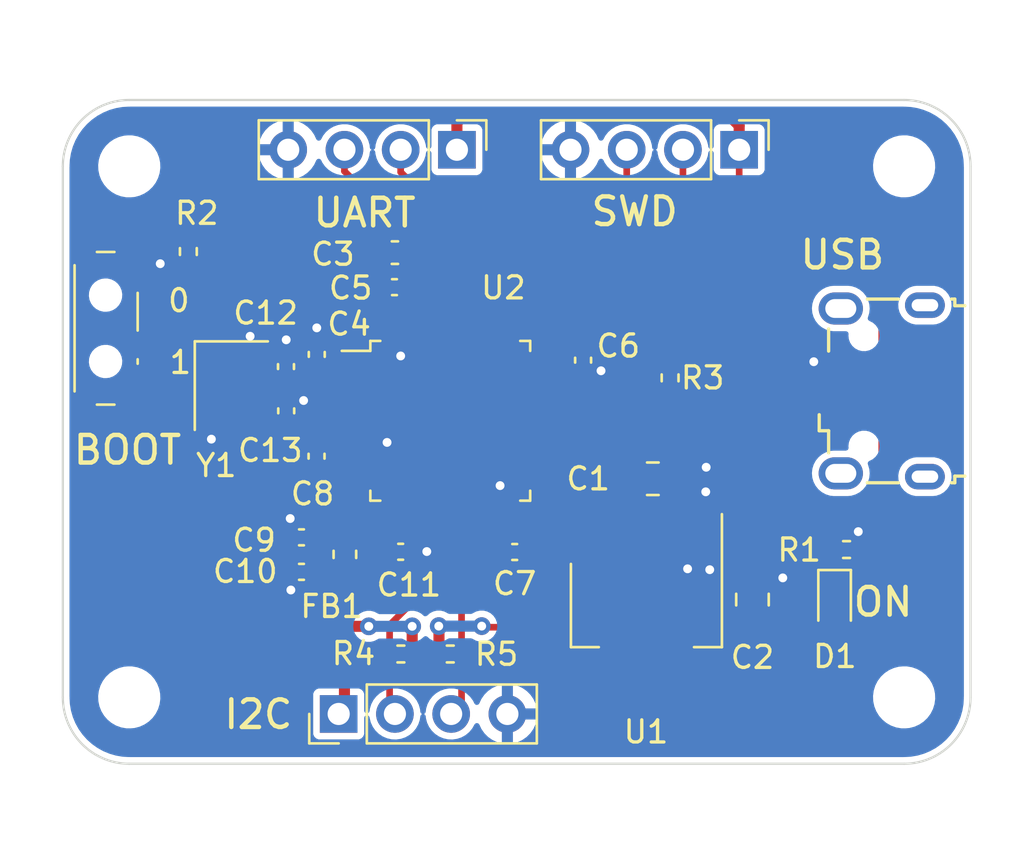
<source format=kicad_pcb>
(kicad_pcb (version 20211014) (generator pcbnew)
  (layers (0 "F.Cu" signal) (31 "B.Cu" power) (34 "B.Paste" user) (35 "F.Paste" user) (36 "B.SilkS" user "B.Silkscreen") (37 "F.SilkS" user "F.Silkscreen") (38 "B.Mask" user) (39 "F.Mask" user) (44 "Edge.Cuts" user))
  (net 0 "")
  (net 1 "VBUS")
  (net 2 "GND")
  (net 3 "+3V3")
  (net 4 "+3.3VA")
  (net 5 "/NRST")
  (net 6 "/HSE_IN")
  (net 7 "/HSE_OUT")
  (net 8 "/PWR_LED_K")
  (net 9 "/USB_D-")
  (net 10 "/USB_D+")
  (net 13 "/USART1_RX")
  (net 14 "/USART1_TX")
  (net 15 "/SWDIO")
  (net 16 "/SWCLK")
  (net 17 "/I2C_SDA")
  (net 18 "/I2C_SCL")
  (net 19 "/SW_BOOT0")
  (net 20 "/BOOT0")
  (footprint "MountingHole:MountingHole_2.2mm_M2" (layer "F.Cu") (at 53 93)
    (fp_text reference "H1" hide)
    (fp_text value "MountingHole")
    (pad "" np_thru_hole circle (at 0 0) (size 2.2 2.2) (drill 2.2) (layers *.Cu *.Mask))
  )
  (footprint "Connector_USB:USB_Micro-B_Wuerth_629105150521" (layer "F.Cu") (at 86.99 79.15 90)
    (fp_text reference "J1" hide)
    (fp_text value "USB_B_Micro")
    (fp_line (start -3.85 3.3) (end -3.85 3.75) (layer "F.SilkS") (width 0.15))
    (fp_line (start 3.85 3.75) (end 3.85 3.3) (layer "F.SilkS") (width 0.15))
    (fp_line (start 4.15 3.3) (end 4.15 3.15) (layer "F.SilkS") (width 0.15))
    (fp_line (start -4.15 -0.65) (end -4.15 0.75) (layer "F.SilkS") (width 0.15))
    (fp_line (start -1.075 -2.825) (end -1.8 -2.825) (layer "F.SilkS") (width 0.15))
    (fp_line (start -1.8 -2.825) (end -1.8 -2.4) (layer "F.SilkS") (width 0.15))
    (fp_line (start -4.15 3.15) (end -4.15 3.3) (layer "F.SilkS") (width 0.15))
    (fp_line (start 1.8 -2.4) (end 2.8 -2.4) (layer "F.SilkS") (width 0.15))
    (fp_line (start 4.15 0.75) (end 4.15 -0.65) (layer "F.SilkS") (width 0.15))
    (fp_line (start -4.15 3.3) (end -3.85 3.3) (layer "F.SilkS") (width 0.15))
    (fp_line (start -1.8 -2.4) (end -2.8 -2.4) (layer "F.SilkS") (width 0.15))
    (fp_line (start 3.85 3.3) (end 4.15 3.3) (layer "F.SilkS") (width 0.15))
    (pad "" np_thru_hole oval (at -2.5 -0.8 90) (size 0.8 0.8) (drill 0.8) (layers *.Cu *.Mask))
    (pad "" np_thru_hole oval (at 2.5 -0.8 90) (size 0.8 0.8) (drill 0.8) (layers *.Cu *.Mask))
    (pad "1" smd rect (at -1.3 -1.9 90) (size 0.45 1.3) (layers "F.Cu" "F.Paste" "F.Mask") (net 1 "VBUS"))
    (pad "2" smd rect (at -0.65 -1.9 90) (size 0.45 1.3) (layers "F.Cu" "F.Paste" "F.Mask") (net 9 "/USB_D-"))
    (pad "3" smd rect (at 0 -1.9 90) (size 0.45 1.3) (layers "F.Cu" "F.Paste" "F.Mask") (net 10 "/USB_D+"))
    (pad "4" smd rect (at 0.65 -1.9 90) (size 0.45 1.3) (layers "F.Cu" "F.Paste" "F.Mask"))
    (pad "5" smd rect (at 1.3 -1.9 90) (size 0.45 1.3) (layers "F.Cu" "F.Paste" "F.Mask") (net 2 "GND"))
    (pad "6" thru_hole oval (at 3.875 1.95 90) (size 1.15 1.8) (drill oval 0.55 1.2) (layers *.Cu *.Mask))
    (pad "6" thru_hole oval (at 3.725 -1.85 90) (size 1.45 2) (drill oval 0.85 1.4) (layers *.Cu *.Mask))
    (pad "6" thru_hole oval (at -3.725 -1.85 90) (size 1.45 2) (drill oval 0.85 1.4) (layers *.Cu *.Mask))
    (pad "6" thru_hole oval (at -3.875 1.95 90) (size 1.15 1.8) (drill oval 0.55 1.2) (layers *.Cu *.Mask))
  )
  (footprint "Connector_PinHeader_2.54mm:PinHeader_1x04_P2.54mm_Vertical" (layer "F.Cu") (at 67.8 68.25 -90)
    (fp_text reference "J2" hide)
    (fp_text value "Conn_01x04_Male")
    (fp_line (start -1.33 0) (end -1.33 -1.33) (layer "F.SilkS") (width 0.12))
    (fp_line (start -1.33 1.27) (end 1.33 1.27) (layer "F.SilkS") (width 0.12))
    (fp_line (start -1.33 1.27) (end -1.33 8.95) (layer "F.SilkS") (width 0.12))
    (fp_line (start -1.33 8.95) (end 1.33 8.95) (layer "F.SilkS") (width 0.12))
    (fp_line (start 1.33 1.27) (end 1.33 8.95) (layer "F.SilkS") (width 0.12))
    (fp_line (start -1.33 -1.33) (end 0 -1.33) (layer "F.SilkS") (width 0.12))
    (pad "1" thru_hole rect (at 0 0 270) (size 1.7 1.7) (drill 1) (layers *.Cu *.Mask) (net 3 "+3V3"))
    (pad "2" thru_hole oval (at 0 2.54 270) (size 1.7 1.7) (drill 1) (layers *.Cu *.Mask) (net 14 "/USART1_TX"))
    (pad "3" thru_hole oval (at 0 5.08 270) (size 1.7 1.7) (drill 1) (layers *.Cu *.Mask) (net 13 "/USART1_RX"))
    (pad "4" thru_hole oval (at 0 7.62 270) (size 1.7 1.7) (drill 1) (layers *.Cu *.Mask) (net 2 "GND"))
  )
  (footprint "MountingHole:MountingHole_2.2mm_M2" (layer "F.Cu") (at 53 69)
    (fp_text reference "H4" hide)
    (fp_text value "MountingHole")
    (pad "" np_thru_hole circle (at 0 0) (size 2.2 2.2) (drill 2.2) (layers *.Cu *.Mask))
  )
  (footprint "MountingHole:MountingHole_2.2mm_M2" (layer "F.Cu") (at 88 69)
    (fp_text reference "H3" hide)
    (fp_text value "MountingHole")
    (pad "" np_thru_hole circle (at 0 0) (size 2.2 2.2) (drill 2.2) (layers *.Cu *.Mask))
  )
  (footprint "Capacitor_SMD:C_0805_2012Metric" (layer "F.Cu") (at 76.65 83.12)
    (fp_text reference "C1" (at -2.92 0) (layer "F.SilkS"))
    (fp_text value "22u")
    (fp_line (start -0.261252 0.735) (end 0.261252 0.735) (layer "F.SilkS") (width 0.12))
    (fp_line (start -0.261252 -0.735) (end 0.261252 -0.735) (layer "F.SilkS") (width 0.12))
    (pad "1" smd roundrect (at -0.95 0) (size 1 1.45) (layers "F.Cu" "F.Paste" "F.Mask") (net 1 "VBUS"))
    (pad "2" smd roundrect (at 0.95 0) (size 1 1.45) (layers "F.Cu" "F.Paste" "F.Mask") (net 2 "GND"))
  )
  (footprint "Capacitor_SMD:C_0402_1005Metric" (layer "F.Cu") (at 61.47 77.5 90)
    (fp_text reference "C4" (at 1.37 1.46 180) (layer "F.SilkS"))
    (fp_text value "100n")
    (fp_line (start -0.107836 -0.36) (end 0.107836 -0.36) (layer "F.SilkS") (width 0.12))
    (fp_line (start -0.107836 0.36) (end 0.107836 0.36) (layer "F.SilkS") (width 0.12))
    (pad "1" smd roundrect (at -0.48 0 90) (size 0.56 0.62) (layers "F.Cu" "F.Paste" "F.Mask") (net 3 "+3V3"))
    (pad "2" smd roundrect (at 0.48 0 90) (size 0.56 0.62) (layers "F.Cu" "F.Paste" "F.Mask") (net 2 "GND"))
  )
  (footprint "Capacitor_SMD:C_0402_1005Metric" (layer "F.Cu") (at 60.08 78.05 90)
    (fp_text reference "C12" (at 2.42 -0.92 180) (layer "F.SilkS"))
    (fp_text value "10p")
    (fp_line (start -0.107836 -0.36) (end 0.107836 -0.36) (layer "F.SilkS") (width 0.12))
    (fp_line (start -0.107836 0.36) (end 0.107836 0.36) (layer "F.SilkS") (width 0.12))
    (pad "1" smd roundrect (at -0.48 0 90) (size 0.56 0.62) (layers "F.Cu" "F.Paste" "F.Mask") (net 6 "/HSE_IN"))
    (pad "2" smd roundrect (at 0.48 0 90) (size 0.56 0.62) (layers "F.Cu" "F.Paste" "F.Mask") (net 2 "GND"))
  )
  (footprint "LED_SMD:LED_0603_1608Metric" (layer "F.Cu") (at 84.86 88.73 -90)
    (fp_text reference "D1" (at 2.42 -0.01 180) (layer "F.SilkS"))
    (fp_text value "RED")
    (fp_line (start -1.485 -0.735) (end -1.485 0.735) (layer "F.SilkS") (width 0.12))
    (fp_line (start 0.8 -0.735) (end -1.485 -0.735) (layer "F.SilkS") (width 0.12))
    (fp_line (start -1.485 0.735) (end 0.8 0.735) (layer "F.SilkS") (width 0.12))
    (pad "1" smd roundrect (at -0.7875 0 270) (size 0.875 0.95) (layers "F.Cu" "F.Paste" "F.Mask") (net 8 "/PWR_LED_K"))
    (pad "2" smd roundrect (at 0.7875 0 270) (size 0.875 0.95) (layers "F.Cu" "F.Paste" "F.Mask") (net 3 "+3V3"))
  )
  (footprint "Capacitor_SMD:C_0402_1005Metric" (layer "F.Cu") (at 73.5 77.76 -90)
    (fp_text reference "C6" (at -0.64 -1.59 180) (layer "F.SilkS"))
    (fp_text value "100n")
    (fp_line (start -0.107836 0.36) (end 0.107836 0.36) (layer "F.SilkS") (width 0.12))
    (fp_line (start -0.107836 -0.36) (end 0.107836 -0.36) (layer "F.SilkS") (width 0.12))
    (pad "1" smd roundrect (at -0.48 0 270) (size 0.56 0.62) (layers "F.Cu" "F.Paste" "F.Mask") (net 3 "+3V3"))
    (pad "2" smd roundrect (at 0.48 0 270) (size 0.56 0.62) (layers "F.Cu" "F.Paste" "F.Mask") (net 2 "GND"))
  )
  (footprint "Capacitor_SMD:C_0603_1608Metric" (layer "F.Cu") (at 65 72.9)
    (fp_text reference "C3" (at -2.8 0.07) (layer "F.SilkS"))
    (fp_text value "10u")
    (fp_line (start -0.14058 -0.51) (end 0.14058 -0.51) (layer "F.SilkS") (width 0.12))
    (fp_line (start -0.14058 0.51) (end 0.14058 0.51) (layer "F.SilkS") (width 0.12))
    (pad "1" smd roundrect (at -0.775 0) (size 0.9 0.95) (layers "F.Cu" "F.Paste" "F.Mask") (net 3 "+3V3"))
    (pad "2" smd roundrect (at 0.775 0) (size 0.9 0.95) (layers "F.Cu" "F.Paste" "F.Mask") (net 2 "GND"))
  )
  (footprint "Capacitor_SMD:C_0402_1005Metric" (layer "F.Cu") (at 64.98 74.46)
    (fp_text reference "C5" (at -1.98 0.04) (layer "F.SilkS"))
    (fp_text value "100n")
    (fp_line (start -0.107836 -0.36) (end 0.107836 -0.36) (layer "F.SilkS") (width 0.12))
    (fp_line (start -0.107836 0.36) (end 0.107836 0.36) (layer "F.SilkS") (width 0.12))
    (pad "1" smd roundrect (at -0.48 0) (size 0.56 0.62) (layers "F.Cu" "F.Paste" "F.Mask") (net 3 "+3V3"))
    (pad "2" smd roundrect (at 0.48 0) (size 0.56 0.62) (layers "F.Cu" "F.Paste" "F.Mask") (net 2 "GND"))
  )
  (footprint "Connector_PinHeader_2.54mm:PinHeader_1x04_P2.54mm_Vertical" (layer "F.Cu") (at 80.55 68.25 -90)
    (fp_text reference "J3" hide)
    (fp_text value "Conn_01x04_Male")
    (fp_line (start -1.33 1.27) (end -1.33 8.95) (layer "F.SilkS") (width 0.12))
    (fp_line (start 1.33 1.27) (end 1.33 8.95) (layer "F.SilkS") (width 0.12))
    (fp_line (start -1.33 8.95) (end 1.33 8.95) (layer "F.SilkS") (width 0.12))
    (fp_line (start -1.33 -1.33) (end 0 -1.33) (layer "F.SilkS") (width 0.12))
    (fp_line (start -1.33 1.27) (end 1.33 1.27) (layer "F.SilkS") (width 0.12))
    (fp_line (start -1.33 0) (end -1.33 -1.33) (layer "F.SilkS") (width 0.12))
    (pad "1" thru_hole rect (at 0 0 270) (size 1.7 1.7) (drill 1) (layers *.Cu *.Mask) (net 3 "+3V3"))
    (pad "2" thru_hole oval (at 0 2.54 270) (size 1.7 1.7) (drill 1) (layers *.Cu *.Mask) (net 15 "/SWDIO"))
    (pad "3" thru_hole oval (at 0 5.08 270) (size 1.7 1.7) (drill 1) (layers *.Cu *.Mask) (net 16 "/SWCLK"))
    (pad "4" thru_hole oval (at 0 7.62 270) (size 1.7 1.7) (drill 1) (layers *.Cu *.Mask) (net 2 "GND"))
  )
  (footprint "Capacitor_SMD:C_0402_1005Metric" (layer "F.Cu") (at 61.46 82.1 90)
    (fp_text reference "C8" (at -1.7 -0.18 180) (layer "F.SilkS"))
    (fp_text value "10n")
    (fp_line (start -0.107836 0.36) (end 0.107836 0.36) (layer "F.SilkS") (width 0.12))
    (fp_line (start -0.107836 -0.36) (end 0.107836 -0.36) (layer "F.SilkS") (width 0.12))
    (pad "1" smd roundrect (at -0.48 0 90) (size 0.56 0.62) (layers "F.Cu" "F.Paste" "F.Mask") (net 4 "+3.3VA"))
    (pad "2" smd roundrect (at 0.48 0 90) (size 0.56 0.62) (layers "F.Cu" "F.Paste" "F.Mask") (net 2 "GND"))
  )
  (footprint "Resistor_SMD:R_0402_1005Metric" (layer "F.Cu") (at 77.43 78.56 -90)
    (fp_text reference "R3" (at 0 -1.47 180) (layer "F.SilkS"))
    (fp_text value "1k5")
    (fp_line (start -0.153641 0.38) (end 0.153641 0.38) (layer "F.SilkS") (width 0.12))
    (fp_line (start -0.153641 -0.38) (end 0.153641 -0.38) (layer "F.SilkS") (width 0.12))
    (pad "1" smd roundrect (at -0.51 0 270) (size 0.54 0.64) (layers "F.Cu" "F.Paste" "F.Mask") (net 3 "+3V3"))
    (pad "2" smd roundrect (at 0.51 0 270) (size 0.54 0.64) (layers "F.Cu" "F.Paste" "F.Mask") (net 10 "/USB_D+"))
  )
  (footprint "Connector_PinHeader_2.54mm:PinHeader_1x04_P2.54mm_Vertical" (layer "F.Cu") (at 62.46 93.75 90)
    (fp_text reference "J4" hide)
    (fp_text value "Conn_01x04_Male")
    (fp_line (start -1.33 -1.33) (end 0 -1.33) (layer "F.SilkS") (width 0.12))
    (fp_line (start 1.33 1.27) (end 1.33 8.95) (layer "F.SilkS") (width 0.12))
    (fp_line (start -1.33 1.27) (end 1.33 1.27) (layer "F.SilkS") (width 0.12))
    (fp_line (start -1.33 0) (end -1.33 -1.33) (layer "F.SilkS") (width 0.12))
    (fp_line (start -1.33 8.95) (end 1.33 8.95) (layer "F.SilkS") (width 0.12))
    (fp_line (start -1.33 1.27) (end -1.33 8.95) (layer "F.SilkS") (width 0.12))
    (pad "1" thru_hole rect (at 0 0 90) (size 1.7 1.7) (drill 1) (layers *.Cu *.Mask) (net 3 "+3V3"))
    (pad "2" thru_hole oval (at 0 2.54 90) (size 1.7 1.7) (drill 1) (layers *.Cu *.Mask) (net 18 "/I2C_SCL"))
    (pad "3" thru_hole oval (at 0 5.08 90) (size 1.7 1.7) (drill 1) (layers *.Cu *.Mask) (net 17 "/I2C_SDA"))
    (pad "4" thru_hole oval (at 0 7.62 90) (size 1.7 1.7) (drill 1) (layers *.Cu *.Mask) (net 2 "GND"))
  )
  (footprint "Capacitor_SMD:C_0402_1005Metric" (layer "F.Cu") (at 60.78 87.3275 180)
    (fp_text reference "C10" (at 2.54 0.02) (layer "F.SilkS"))
    (fp_text value "1u")
    (fp_line (start -0.107836 -0.36) (end 0.107836 -0.36) (layer "F.SilkS") (width 0.12))
    (fp_line (start -0.107836 0.36) (end 0.107836 0.36) (layer "F.SilkS") (width 0.12))
    (pad "1" smd roundrect (at -0.48 0 180) (size 0.56 0.62) (layers "F.Cu" "F.Paste" "F.Mask") (net 3 "+3V3"))
    (pad "2" smd roundrect (at 0.48 0 180) (size 0.56 0.62) (layers "F.Cu" "F.Paste" "F.Mask") (net 2 "GND"))
  )
  (footprint "Resistor_SMD:R_0402_1005Metric" (layer "F.Cu") (at 67.5 91.04)
    (fp_text reference "R5" (at 2.09 0.01) (layer "F.SilkS"))
    (fp_text value "1k5")
    (fp_line (start -0.153641 0.38) (end 0.153641 0.38) (layer "F.SilkS") (width 0.12))
    (fp_line (start -0.153641 -0.38) (end 0.153641 -0.38) (layer "F.SilkS") (width 0.12))
    (pad "1" smd roundrect (at -0.51 0) (size 0.54 0.64) (layers "F.Cu" "F.Paste" "F.Mask") (net 3 "+3V3"))
    (pad "2" smd roundrect (at 0.51 0) (size 0.54 0.64) (layers "F.Cu" "F.Paste" "F.Mask") (net 17 "/I2C_SDA"))
  )
  (footprint "Button_Switch_SMD:SW_SPDT_PCM12" (layer "F.Cu") (at 52.26 76.32 -90)
    (fp_text reference "SW1" hide)
    (fp_text value "SW_SPDT")
    (fp_line (start -2.85 1.73) (end 2.85 1.73) (layer "F.SilkS") (width 0.12))
    (fp_line (start 1.4 -1.12) (end 1.6 -1.12) (layer "F.SilkS") (width 0.12))
    (fp_line (start -1.6 -1.12) (end 0.1 -1.12) (layer "F.SilkS") (width 0.12))
    (fp_line (start -3.45 -0.07) (end -3.45 0.72) (layer "F.SilkS") (width 0.12))
    (fp_line (start 3.45 0.72) (end 3.45 -0.07) (layer "F.SilkS") (width 0.12))
    (pad "" smd rect (at 3.65 -0.78 270) (size 1 0.8) (layers "F.Cu" "F.Paste" "F.Mask"))
    (pad "" np_thru_hole circle (at -1.5 0.33 270) (size 0.9 0.9) (drill 0.9) (layers *.Cu *.Mask))
    (pad "" smd rect (at -3.65 -0.78 270) (size 1 0.8) (layers "F.Cu" "F.Paste" "F.Mask"))
    (pad "" smd rect (at -3.65 1.43 270) (size 1 0.8) (layers "F.Cu" "F.Paste" "F.Mask"))
    (pad "" smd rect (at 3.65 1.43 270) (size 1 0.8) (layers "F.Cu" "F.Paste" "F.Mask"))
    (pad "" np_thru_hole circle (at 1.5 0.33 270) (size 0.9 0.9) (drill 0.9) (layers *.Cu *.Mask))
    (pad "1" smd rect (at -2.25 -1.43 270) (size 0.7 1.5) (layers "F.Cu" "F.Paste" "F.Mask") (net 2 "GND"))
    (pad "2" smd rect (at 0.75 -1.43 270) (size 0.7 1.5) (layers "F.Cu" "F.Paste" "F.Mask") (net 19 "/SW_BOOT0"))
    (pad "3" smd rect (at 2.25 -1.43 270) (size 0.7 1.5) (layers "F.Cu" "F.Paste" "F.Mask") (net 3 "+3V3"))
  )
  (footprint "Resistor_SMD:R_0402_1005Metric" (layer "F.Cu") (at 55.67 72.85 90)
    (fp_text reference "R2" (at 1.73 0.38 180) (layer "F.SilkS"))
    (fp_text value "10k")
    (fp_line (start -0.153641 0.38) (end 0.153641 0.38) (layer "F.SilkS") (width 0.12))
    (fp_line (start -0.153641 -0.38) (end 0.153641 -0.38) (layer "F.SilkS") (width 0.12))
    (pad "1" smd roundrect (at -0.51 0 90) (size 0.54 0.64) (layers "F.Cu" "F.Paste" "F.Mask") (net 19 "/SW_BOOT0"))
    (pad "2" smd roundrect (at 0.51 0 90) (size 0.54 0.64) (layers "F.Cu" "F.Paste" "F.Mask") (net 20 "/BOOT0"))
  )
  (footprint "Resistor_SMD:R_0402_1005Metric" (layer "F.Cu") (at 85.4 86.32)
    (fp_text reference "R1" (at -2.14 0.02) (layer "F.SilkS"))
    (fp_text value "1k5")
    (fp_line (start -0.153641 -0.38) (end 0.153641 -0.38) (layer "F.SilkS") (width 0.12))
    (fp_line (start -0.153641 0.38) (end 0.153641 0.38) (layer "F.SilkS") (width 0.12))
    (pad "1" smd roundrect (at -0.51 0) (size 0.54 0.64) (layers "F.Cu" "F.Paste" "F.Mask") (net 8 "/PWR_LED_K"))
    (pad "2" smd roundrect (at 0.51 0) (size 0.54 0.64) (layers "F.Cu" "F.Paste" "F.Mask") (net 2 "GND"))
  )
  (footprint "Capacitor_SMD:C_0805_2012Metric" (layer "F.Cu") (at 81.15 88.58 90)
    (fp_text reference "C2" (at -2.61 0 180) (layer "F.SilkS"))
    (fp_text value "22u")
    (fp_line (start -0.261252 0.735) (end 0.261252 0.735) (layer "F.SilkS") (width 0.12))
    (fp_line (start -0.261252 -0.735) (end 0.261252 -0.735) (layer "F.SilkS") (width 0.12))
    (pad "1" smd roundrect (at -0.95 0 90) (size 1 1.45) (layers "F.Cu" "F.Paste" "F.Mask") (net 3 "+3V3"))
    (pad "2" smd roundrect (at 0.95 0 90) (size 1 1.45) (layers "F.Cu" "F.Paste" "F.Mask") (net 2 "GND"))
  )
  (footprint "Capacitor_SMD:C_0402_1005Metric" (layer "F.Cu") (at 60.09 80.05 90)
    (fp_text reference "C13" (at -1.79 -0.72 180) (layer "F.SilkS"))
    (fp_text value "10p")
    (fp_line (start -0.107836 0.36) (end 0.107836 0.36) (layer "F.SilkS") (width 0.12))
    (fp_line (start -0.107836 -0.36) (end 0.107836 -0.36) (layer "F.SilkS") (width 0.12))
    (pad "1" smd roundrect (at -0.48 0 90) (size 0.56 0.62) (layers "F.Cu" "F.Paste" "F.Mask") (net 7 "/HSE_OUT"))
    (pad "2" smd roundrect (at 0.48 0 90) (size 0.56 0.62) (layers "F.Cu" "F.Paste" "F.Mask") (net 2 "GND"))
  )
  (footprint "Inductor_SMD:L_0603_1608Metric" (layer "F.Cu") (at 62.74 86.5375 -90)
    (fp_text reference "FB1" (at 2.35 0.6 180) (layer "F.SilkS"))
    (fp_text value "120R")
    (fp_line (start -0.162779 -0.51) (end 0.162779 -0.51) (layer "F.SilkS") (width 0.12))
    (fp_line (start -0.162779 0.51) (end 0.162779 0.51) (layer "F.SilkS") (width 0.12))
    (pad "1" smd roundrect (at -0.7875 0 270) (size 0.875 0.95) (layers "F.Cu" "F.Paste" "F.Mask") (net 4 "+3.3VA"))
    (pad "2" smd roundrect (at 0.7875 0 270) (size 0.875 0.95) (layers "F.Cu" "F.Paste" "F.Mask") (net 3 "+3V3"))
  )
  (footprint "Package_TO_SOT_SMD:SOT-223-3_TabPin2" (layer "F.Cu") (at 76.36 88.82 -90)
    (fp_text reference "U1" (at 5.74 0.02 180) (layer "F.SilkS"))
    (fp_text value "AMS1117-3.3")
    (fp_line (start 1.91 -3.41) (end 1.91 -2.15) (layer "F.SilkS") (width 0.12))
    (fp_line (start -4.1 -3.41) (end 1.91 -3.41) (layer "F.SilkS") (width 0.12))
    (fp_line (start 1.91 3.41) (end 1.91 2.15) (layer "F.SilkS") (width 0.12))
    (fp_line (start -1.85 3.41) (end 1.91 3.41) (layer "F.SilkS") (width 0.12))
    (pad "1" smd rect (at -3.15 -2.3 270) (size 2 1.5) (layers "F.Cu" "F.Paste" "F.Mask") (net 2 "GND"))
    (pad "2" smd rect (at -3.15 0 270) (size 2 1.5) (layers "F.Cu" "F.Paste" "F.Mask") (net 3 "+3V3"))
    (pad "2" smd rect (at 3.15 0 270) (size 2 3.8) (layers "F.Cu" "F.Paste" "F.Mask") (net 3 "+3V3"))
    (pad "3" smd rect (at -3.15 2.3 270) (size 2 1.5) (layers "F.Cu" "F.Paste" "F.Mask") (net 1 "VBUS"))
  )
  (footprint "Capacitor_SMD:C_0402_1005Metric" (layer "F.Cu") (at 70.41 86.43 180)
    (fp_text reference "C7" (at 0 -1.43) (layer "F.SilkS"))
    (fp_text value "100n")
    (fp_line (start -0.107836 -0.36) (end 0.107836 -0.36) (layer "F.SilkS") (width 0.12))
    (fp_line (start -0.107836 0.36) (end 0.107836 0.36) (layer "F.SilkS") (width 0.12))
    (pad "1" smd roundrect (at -0.48 0 180) (size 0.56 0.62) (layers "F.Cu" "F.Paste" "F.Mask") (net 3 "+3V3"))
    (pad "2" smd roundrect (at 0.48 0 180) (size 0.56 0.62) (layers "F.Cu" "F.Paste" "F.Mask") (net 2 "GND"))
  )
  (footprint "Package_QFP:LQFP-48_7x7mm_P0.5mm" (layer "F.Cu") (at 67.5 80.5)
    (fp_text reference "U2" (at 2.4 -6.01) (layer "F.SilkS"))
    (fp_text value "STM32F103C8T6")
    (fp_line (start -3.61 -3.61) (end -3.61 -3.16) (layer "F.SilkS") (width 0.12))
    (fp_line (start -3.61 3.61) (end -3.61 3.16) (layer "F.SilkS") (width 0.12))
    (fp_line (start 3.16 -3.61) (end 3.61 -3.61) (layer "F.SilkS") (width 0.12))
    (fp_line (start -3.16 3.61) (end -3.61 3.61) (layer "F.SilkS") (width 0.12))
    (fp_line (start 3.61 -3.61) (end 3.61 -3.16) (layer "F.SilkS") (width 0.12))
    (fp_line (start 3.61 3.61) (end 3.61 3.16) (layer "F.SilkS") (width 0.12))
    (fp_line (start -3.16 -3.61) (end -3.61 -3.61) (layer "F.SilkS") (width 0.12))
    (fp_line (start -3.61 -3.16) (end -4.9 -3.16) (layer "F.SilkS") (width 0.12))
    (fp_line (start 3.16 3.61) (end 3.61 3.61) (layer "F.SilkS") (width 0.12))
    (pad "1" smd roundrect (at -4.1625 -2.75) (size 1.475 0.3) (layers "F.Cu" "F.Paste" "F.Mask") (net 3 "+3V3"))
    (pad "2" smd roundrect (at -4.1625 -2.25) (size 1.475 0.3) (layers "F.Cu" "F.Paste" "F.Mask"))
    (pad "3" smd roundrect (at -4.1625 -1.75) (size 1.475 0.3) (layers "F.Cu" "F.Paste" "F.Mask"))
    (pad "4" smd roundrect (at -4.1625 -1.25) (size 1.475 0.3) (layers "F.Cu" "F.Paste" "F.Mask"))
    (pad "5" smd roundrect (at -4.1625 -0.75) (size 1.475 0.3) (layers "F.Cu" "F.Paste" "F.Mask") (net 6 "/HSE_IN"))
    (pad "6" smd roundrect (at -4.1625 -0.25) (size 1.475 0.3) (layers "F.Cu" "F.Paste" "F.Mask") (net 7 "/HSE_OUT"))
    (pad "7" smd roundrect (at -4.1625 0.25) (size 1.475 0.3) (layers "F.Cu" "F.Paste" "F.Mask") (net 5 "/NRST"))
    (pad "8" smd roundrect (at -4.1625 0.75) (size 1.475 0.3) (layers "F.Cu" "F.Paste" "F.Mask") (net 2 "GND"))
    (pad "9" smd roundrect (at -4.1625 1.25) (size 1.475 0.3) (layers "F.Cu" "F.Paste" "F.Mask") (net 4 "+3.3VA"))
    (pad "10" smd roundrect (at -4.1625 1.75) (size 1.475 0.3) (layers "F.Cu" "F.Paste" "F.Mask"))
    (pad "11" smd roundrect (at -4.1625 2.25) (size 1.475 0.3) (layers "F.Cu" "F.Paste" "F.Mask"))
    (pad "12" smd roundrect (at -4.1625 2.75) (size 1.475 0.3) (layers "F.Cu" "F.Paste" "F.Mask"))
    (pad "13" smd roundrect (at -2.75 4.1625) (size 0.3 1.475) (layers "F.Cu" "F.Paste" "F.Mask"))
    (pad "14" smd roundrect (at -2.25 4.1625) (size 0.3 1.475) (layers "F.Cu" "F.Paste" "F.Mask"))
    (pad "15" smd roundrect (at -1.75 4.1625) (size 0.3 1.475) (layers "F.Cu" "F.Paste" "F.Mask"))
    (pad "16" smd roundrect (at -1.25 4.1625) (size 0.3 1.475) (layers "F.Cu" "F.Paste" "F.Mask"))
    (pad "17" smd roundrect (at -0.75 4.1625) (size 0.3 1.475) (layers "F.Cu" "F.Paste" "F.Mask"))
    (pad "18" smd roundrect (at -0.25 4.1625) (size 0.3 1.475) (layers "F.Cu" "F.Paste" "F.Mask"))
    (pad "19" smd roundrect (at 0.25 4.1625) (size 0.3 1.475) (layers "F.Cu" "F.Paste" "F.Mask"))
    (pad "20" smd roundrect (at 0.75 4.1625) (size 0.3 1.475) (layers "F.Cu" "F.Paste" "F.Mask"))
    (pad "21" smd roundrect (at 1.25 4.1625) (size 0.3 1.475) (layers "F.Cu" "F.Paste" "F.Mask") (net 18 "/I2C_SCL"))
    (pad "22" smd roundrect (at 1.75 4.1625) (size 0.3 1.475) (layers "F.Cu" "F.Paste" "F.Mask") (net 17 "/I2C_SDA"))
    (pad "23" smd roundrect (at 2.25 4.1625) (size 0.3 1.475) (layers "F.Cu" "F.Paste" "F.Mask") (net 2 "GND"))
    (pad "24" smd roundrect (at 2.75 4.1625) (size 0.3 1.475) (layers "F.Cu" "F.Paste" "F.Mask") (net 3 "+3V3"))
    (pad "25" smd roundrect (at 4.1625 2.75) (size 1.475 0.3) (layers "F.Cu" "F.Paste" "F.Mask"))
    (pad "26" smd roundrect (at 4.1625 2.25) (size 1.475 0.3) (layers "F.Cu" "F.Paste" "F.Mask"))
    (pad "27" smd roundrect (at 4.1625 1.75) (size 1.475 0.3) (layers "F.Cu" "F.Paste" "F.Mask"))
    (pad "28" smd roundrect (at 4.1625 1.25) (size 1.475 0.3) (layers "F.Cu" "F.Paste" "F.Mask"))
    (pad "29" smd roundrect (at 4.1625 0.75) (size 1.475 0.3) (layers "F.Cu" "F.Paste" "F.Mask"))
    (pad "30" smd roundrect (at 4.1625 0.25) (size 1.475 0.3) (layers "F.Cu" "F.Paste" "F.Mask"))
    (pad "31" smd roundrect (at 4.1625 -0.25) (size 1.475 0.3) (layers "F.Cu" "F.Paste" "F.Mask"))
    (pad "32" smd roundrect (at 4.1625 -0.75) (size 1.475 0.3) (layers "F.Cu" "F.Paste" "F.Mask") (net 9 "/USB_D-"))
    (pad "33" smd roundrect (at 4.1625 -1.25) (size 1.475 0.3) (layers "F.Cu" "F.Paste" "F.Mask") (net 10 "/USB_D+"))
    (pad "34" smd roundrect (at 4.1625 -1.75) (size 1.475 0.3) (layers "F.Cu" "F.Paste" "F.Mask") (net 15 "/SWDIO"))
    (pad "35" smd roundrect (at 4.1625 -2.25) (size 1.475 0.3) (layers "F.Cu" "F.Paste" "F.Mask") (net 2 "GND"))
    (pad "36" smd roundrect (at 4.1625 -2.75) (size 1.475 0.3) (layers "F.Cu" "F.Paste" "F.Mask") (net 3 "+3V3"))
    (pad "37" smd roundrect (at 2.75 -4.1625) (size 0.3 1.475) (layers "F.Cu" "F.Paste" "F.Mask") (net 16 "/SWCLK"))
    (pad "38" smd roundrect (at 2.25 -4.1625) (size 0.3 1.475) (layers "F.Cu" "F.Paste" "F.Mask"))
    (pad "39" smd roundrect (at 1.75 -4.1625) (size 0.3 1.475) (layers "F.Cu" "F.Paste" "F.Mask"))
    (pad "40" smd roundrect (at 1.25 -4.1625) (size 0.3 1.475) (layers "F.Cu" "F.Paste" "F.Mask"))
    (pad "41" smd roundrect (at 0.75 -4.1625) (size 0.3 1.475) (layers "F.Cu" "F.Paste" "F.Mask"))
    (pad "42" smd roundrect (at 0.25 -4.1625) (size 0.3 1.475) (layers "F.Cu" "F.Paste" "F.Mask") (net 14 "/USART1_TX"))
    (pad "43" smd roundrect (at -0.25 -4.1625) (size 0.3 1.475) (layers "F.Cu" "F.Paste" "F.Mask") (net 13 "/USART1_RX"))
    (pad "44" smd roundrect (at -0.75 -4.1625) (size 0.3 1.475) (layers "F.Cu" "F.Paste" "F.Mask") (net 20 "/BOOT0"))
    (pad "45" smd roundrect (at -1.25 -4.1625) (size 0.3 1.475) (layers "F.Cu" "F.Paste" "F.Mask"))
    (pad "46" smd roundrect (at -1.75 -4.1625) (size 0.3 1.475) (layers "F.Cu" "F.Paste" "F.Mask"))
    (pad "47" smd roundrect (at -2.25 -4.1625) (size 0.3 1.475) (layers "F.Cu" "F.Paste" "F.Mask") (net 2 "GND"))
    (pad "48" smd roundrect (at -2.75 -4.1625) (size 0.3 1.475) (layers "F.Cu" "F.Paste" "F.Mask") (net 3 "+3V3"))
  )
  (footprint "Resistor_SMD:R_0402_1005Metric" (layer "F.Cu") (at 65.27 91.04 180)
    (fp_text reference "R4" (at 2.14 0.02) (layer "F.SilkS"))
    (fp_text value "1k5")
    (fp_line (start -0.153641 -0.38) (end 0.153641 -0.38) (layer "F.SilkS") (width 0.12))
    (fp_line (start -0.153641 0.38) (end 0.153641 0.38) (layer "F.SilkS") (width 0.12))
    (pad "1" smd roundrect (at -0.51 0 180) (size 0.54 0.64) (layers "F.Cu" "F.Paste" "F.Mask") (net 3 "+3V3"))
    (pad "2" smd roundrect (at 0.51 0 180) (size 0.54 0.64) (layers "F.Cu" "F.Paste" "F.Mask") (net 18 "/I2C_SCL"))
  )
  (footprint "Capacitor_SMD:C_0402_1005Metric" (layer "F.Cu") (at 65.26 86.42)
    (fp_text reference "C11" (at 0.37 1.5) (layer "F.SilkS"))
    (fp_text value "100n")
    (fp_line (start -0.107836 -0.36) (end 0.107836 -0.36) (layer "F.SilkS") (width 0.12))
    (fp_line (start -0.107836 0.36) (end 0.107836 0.36) (layer "F.SilkS") (width 0.12))
    (pad "1" smd roundrect (at -0.48 0) (size 0.56 0.62) (layers "F.Cu" "F.Paste" "F.Mask") (net 5 "/NRST"))
    (pad "2" smd roundrect (at 0.48 0) (size 0.56 0.62) (layers "F.Cu" "F.Paste" "F.Mask") (net 2 "GND"))
  )
  (footprint "Crystal:Crystal_SMD_3225-4Pin_3.2x2.5mm" (layer "F.Cu") (at 57.61 78.91 -90)
    (fp_text reference "Y1" (at 3.61 0.68 180) (layer "F.SilkS"))
    (fp_text value "16MHz")
    (fp_line (start -2 -1.65) (end -2 1.65) (layer "F.SilkS") (width 0.12))
    (fp_line (start -2 1.65) (end 2 1.65) (layer "F.SilkS") (width 0.12))
    (pad "1" smd rect (at -1.1 0.85 270) (size 1.4 1.2) (layers "F.Cu" "F.Paste" "F.Mask") (net 6 "/HSE_IN"))
    (pad "2" smd rect (at 1.1 0.85 270) (size 1.4 1.2) (layers "F.Cu" "F.Paste" "F.Mask") (net 2 "GND"))
    (pad "3" smd rect (at 1.1 -0.85 270) (size 1.4 1.2) (layers "F.Cu" "F.Paste" "F.Mask") (net 7 "/HSE_OUT"))
    (pad "4" smd rect (at -1.1 -0.85 270) (size 1.4 1.2) (layers "F.Cu" "F.Paste" "F.Mask") (net 2 "GND"))
  )
  (footprint "Capacitor_SMD:C_0402_1005Metric" (layer "F.Cu") (at 60.78 85.7675 180)
    (fp_text reference "C9" (at 2.14 -0.13) (layer "F.SilkS"))
    (fp_text value "1u")
    (fp_line (start -0.107836 0.36) (end 0.107836 0.36) (layer "F.SilkS") (width 0.12))
    (fp_line (start -0.107836 -0.36) (end 0.107836 -0.36) (layer "F.SilkS") (width 0.12))
    (pad "1" smd roundrect (at -0.48 0 180) (size 0.56 0.62) (layers "F.Cu" "F.Paste" "F.Mask") (net 4 "+3.3VA"))
    (pad "2" smd roundrect (at 0.48 0 180) (size 0.56 0.62) (layers "F.Cu" "F.Paste" "F.Mask") (net 2 "GND"))
  )
  (footprint "MountingHole:MountingHole_2.2mm_M2" (layer "F.Cu") (at 88 93)
    (fp_text reference "H2" hide)
    (fp_text value "MountingHole")
    (pad "" np_thru_hole circle (at 0 0) (size 2.2 2.2) (drill 2.2) (layers *.Cu *.Mask))
  )
  (gr_line (start 91 93) (end 91 69) (layer "Edge.Cuts") (width 0.1))
  (gr_arc (start 50 69) (mid 50.87868 66.87868) (end 53 66) (layer "Edge.Cuts") (width 0.1))
  (gr_line (start 50 69) (end 50 93) (layer "Edge.Cuts") (width 0.1))
  (gr_arc (start 53 96) (mid 50.87868 95.12132) (end 50 93) (layer "Edge.Cuts") (width 0.1))
  (gr_arc (start 91 93) (mid 90.12132 95.12132) (end 88 96) (layer "Edge.Cuts") (width 0.1))
  (gr_line (start 88 66) (end 53 66) (layer "Edge.Cuts") (width 0.1))
  (gr_arc (start 88 66) (mid 90.12132 66.87868) (end 91 69) (layer "Edge.Cuts") (width 0.1))
  (gr_line (start 53 96) (end 88 96) (layer "Edge.Cuts") (width 0.1))
  (gr_text "BOOT" (at 52.92 81.82) (layer "F.SilkS") (effects (font (size 1.25 1.25) (thickness 0.2))))
  (gr_text "I2C" (at 58.83 93.77) (layer "F.SilkS") (effects (font (size 1.25 1.25) (thickness 0.2))))
  (gr_text "USB" (at 85.21 73) (layer "F.SilkS") (effects (font (size 1.25 1.25) (thickness 0.2))))
  (gr_text "0" (at 55.24 75.07) (layer "F.SilkS") (effects (font (size 1 1))))
  (gr_text "UART" (at 63.63 71.1) (layer "F.SilkS") (effects (font (size 1.25 1.25) (thickness 0.2))))
  (gr_text "1" (at 55.31 77.86) (layer "F.SilkS") (effects (font (size 1 1))))
  (gr_text "SWD" (at 75.83 71.04) (layer "F.SilkS") (effects (font (size 1.25 1.25) (thickness 0.2))))
  (gr_text "ON" (at 87.05 88.69) (layer "F.SilkS") (effects (font (size 1.25 1.25) (thickness 0.2))))
  (segment (start 69.75 84.6625) (end 69.75 86.25) (width 0.3) (layer "F.Cu") (net 2))
  (segment (start 60.08 76.85) (end 60.09 76.84) (width 0.5) (layer "F.Cu") (net 2))
  (segment (start 60.08 77.57) (end 60.08 76.85) (width 0.5) (layer "F.Cu") (net 2))
  (segment (start 65.46 73.99) (end 65.46 74.46) (width 0.5) (layer "F.Cu") (net 2))
  (segment (start 60.3 84.9475) (end 60.27 84.9175) (width 0.5) (layer "F.Cu") (net 2))
  (segment (start 64.417759 81.25) (end 64.644796 81.477037) (width 0.3) (layer "F.Cu") (net 2))
  (segment (start 60.09 79.57) (end 60.861946 79.57) (width 0.5) (layer "F.Cu") (net 2))
  (segment (start 73.5 78.24) (end 74.31 78.24) (width 0.3) (layer "F.Cu") (net 2))
  (segment (start 85.91 86.32) (end 85.91 85.53) (width 0.5) (layer "F.Cu") (net 2))
  (segment (start 60.861946 79.57) (end 60.875507 79.583561) (width 0.5) (layer "F.Cu") (net 2))
  (segment (start 61.83 81.25) (end 61.46 81.62) (width 0.3) (layer "F.Cu") (net 2))
  (segment (start 53.69 74.07) (end 53.73 74.07) (width 0.3) (layer "F.Cu") (net 2))
  (segment (start 83.94 77.85) (end 83.92 77.83) (width 0.3) (layer "F.Cu") (net 2))
  (segment (start 65.74 86.42) (end 66.43 86.42) (width 0.5) (layer "F.Cu") (net 2))
  (segment (start 66.43 86.42) (end 66.44 86.41) (width 0.5) (layer "F.Cu") (net 2))
  (segment (start 65.775 73.675) (end 65.46 73.99) (width 0.5) (layer "F.Cu") (net 2))
  (segment (start 85.09 77.85) (end 83.94 77.85) (width 0.3) (layer "F.Cu") (net 2))
  (segment (start 85.91 85.53) (end 85.93 85.51) (width 0.5) (layer "F.Cu") (net 2))
  (segment (start 65.25 76.3375) (end 65.25 75.25) (width 0.3) (layer "F.Cu") (net 2))
  (segment (start 73.49 78.25) (end 73.5 78.24) (width 0.3) (layer "F.Cu") (net 2))
  (segment (start 60.3 87.3275) (end 60.3 88.1475) (width 0.5) (layer "F.Cu") (net 2))
  (segment (start 53.73 74.07) (end 54.4 73.4) (width 0.3) (layer "F.Cu") (net 2))
  (segment (start 56.76 81.28) (end 56.71 81.33) (width 0.5) (layer "F.Cu") (net 2))
  (segment (start 65.25 75.25) (end 65.5 75) (width 0.3) (layer "F.Cu") (net 2))
  (segment (start 69.75 86.25) (end 69.93 86.43) (width 0.3) (layer "F.Cu") (net 2))
  (segment (start 60.3 85.7675) (end 60.3 84.9475) (width 0.5) (layer "F.Cu") (net 2))
  (segment (start 61.47 77.02) (end 61.47 76.3) (width 0.5) (layer "F.Cu") (net 2))
  (segment (start 58.46 77.81) (end 58.46 76.68) (width 0.5) (layer "F.Cu") (net 2))
  (segment (start 63.3375 81.25) (end 61.83 81.25) (width 0.3) (layer "F.Cu") (net 2))
  (segment (start 56.76 80.01) (end 56.76 81.28) (width 0.5) (layer "F.Cu") (net 2))
  (segment (start 65.25 76.3375) (end 65.25 77.56) (width 0.3) (layer "F.Cu") (net 2))
  (segment (start 63.3375 81.25) (end 64.417759 81.25) (width 0.3) (layer "F.Cu") (net 2))
  (segment (start 69.75 84.6625) (end 69.75 83.43) (width 0.3) (layer "F.Cu") (net 2))
  (segment (start 71.6625 78.25) (end 73.49 78.25) (width 0.3) (layer "F.Cu") (net 2))
  (segment (start 65.25 77.56) (end 65.26 77.57) (width 0.3) (layer "F.Cu") (net 2))
  (segment (start 65.5 75) (end 65.5 74.5) (width 0.3) (layer "F.Cu") (net 2))
  (segment (start 65.775 72.9) (end 65.775 73.675) (width 0.5) (layer "F.Cu") (net 2))
  (segment (start 65.5 74.5) (end 65.46 74.46) (width 0.3) (layer "F.Cu") (net 2))
  (via (at 54.4 73.4) (size 0.8) (drill 0.4) (layers "F.Cu" "B.Cu") (net 2))
  (via (at 58.46 76.68) (size 0.8) (drill 0.4) (layers "F.Cu" "B.Cu") (net 2))
  (via (at 61.47 76.3) (size 0.8) (drill 0.4) (layers "F.Cu" "B.Cu") (net 2))
  (via (at 60.09 76.84) (size 0.8) (drill 0.4) (layers "F.Cu" "B.Cu") (net 2))
  (via (at 74.31 78.24) (size 0.8) (drill 0.4) (layers "F.Cu" "B.Cu") (net 2))
  (via (at 78.22 87.19) (size 0.8) (drill 0.4) (layers "F.Cu" "B.Cu") (net 2))
  (via (at 79.04 83.71) (size 0.8) (drill 0.4) (layers "F.Cu" "B.Cu") (net 2))
  (via (at 60.3 88.1475) (size 0.8) (drill 0.4) (layers "F.Cu" "B.Cu") (net 2))
  (via (at 66.44 86.41) (size 0.8) (drill 0.4) (layers "F.Cu" "B.Cu") (net 2))
  (via (at 82.52 87.6) (size 0.8) (drill 0.4) (layers "F.Cu" "B.Cu") (net 2))
  (via (at 56.71 81.33) (size 0.8) (drill 0.4) (layers "F.Cu" "B.Cu") (net 2))
  (via (at 65.26 77.57) (size 0.8) (drill 0.4) (layers "F.Cu" "B.Cu") (net 2))
  (via (at 83.92 77.83) (size 0.8) (drill 0.4) (layers "F.Cu" "B.Cu") (net 2))
  (via (at 79.22 87.23) (size 0.8) (drill 0.4) (layers "F.Cu" "B.Cu") (net 2))
  (via (at 60.27 84.9175) (size 0.8) (drill 0.4) (layers "F.Cu" "B.Cu") (net 2))
  (via (at 85.93 85.51) (size 0.8) (drill 0.4) (layers "F.Cu" "B.Cu") (net 2))
  (via (at 79.06 82.6) (size 0.8) (drill 0.4) (layers "F.Cu" "B.Cu") (net 2))
  (via (at 64.644796 81.477037) (size 0.8) (drill 0.4) (layers "F.Cu" "B.Cu") (net 2))
  (via (at 69.75 83.43) (size 0.8) (drill 0.4) (layers "F.Cu" "B.Cu") (net 2))
  (via (at 60.875507 79.583561) (size 0.8) (drill 0.4) (layers "F.Cu" "B.Cu") (net 2))
  (segment (start 71.73 86.43) (end 72.2 86.9) (width 0.3) (layer "F.Cu") (net 3))
  (segment (start 62.72 87.345) (end 62.74 87.325) (width 0.5) (layer "F.Cu") (net 3))
  (segment (start 62.71 89.35) (end 62.72 89.36) (width 0.5) (layer "F.Cu") (net 3))
  (segment (start 55.03 78.64) (end 55.03 88.32) (width 0.5) (layer "F.Cu") (net 3))
  (segment (start 72.2 89.31) (end 72.2 89.66) (width 0.3) (layer "F.Cu") (net 3))
  (segment (start 64.225 72.9) (end 59.96 72.9) (width 0.5) (layer "F.Cu") (net 3))
  (segment (start 70.89 86.02) (end 70.89 86.43) (width 0.3) (layer "F.Cu") (net 3))
  (segment (start 79.96 66.57) (end 80.55 67.16) (width 0.5) (layer "F.Cu") (net 3))
  (segment (start 73.5 77.28) (end 77.05 77.28) (width 0.3) (layer "F.Cu") (net 3))
  (segment (start 84.86 92.72) (end 84.86 89.5175) (width 0.3) (layer "F.Cu") (net 3))
  (segment (start 72.48 77.75) (end 72.95 77.28) (width 0.3) (layer "F.Cu") (net 3))
  (segment (start 54.95 78.56) (end 55.03 78.64) (width 0.5) (layer "F.Cu") (net 3))
  (segment (start 64.750015 76.337515) (end 64.75 76.3375) (width 0.3) (layer "F.Cu") (net 3))
  (segment (start 59.96 72.9) (end 56.79 76.07) (width 0.5) (layer "F.Cu") (net 3))
  (segment (start 63.3375 77.75) (end 64.02003 77.75) (width 0.3) (layer "F.Cu") (net 3))
  (segment (start 53.69 78.57) (end 54.94 78.57) (width 0.5) (layer "F.Cu") (net 3))
  (segment (start 71.6625 77.75) (end 72.48 77.75) (width 0.3) (layer "F.Cu") (net 3))
  (segment (start 80.55 76.99) (end 80.55 73.52) (width 0.3) (layer "F.Cu") (net 3))
  (segment (start 63.82 89.79) (end 62.77 89.79) (width 0.5) (layer "F.Cu") (net 3))
  (segment (start 70.89 86.43) (end 71.73 86.43) (width 0.3) (layer "F.Cu") (net 3))
  (segment (start 84.86 89.5175) (end 86.4325 89.5175) (width 0.3) (layer "F.Cu") (net 3))
  (segment (start 62.72 89.36) (end 62.72 89.84) (width 0.5) (layer "F.Cu") (net 3))
  (segment (start 66.99 89.79) (end 66.98 89.78) (width 0.5) (layer "F.Cu") (net 3))
  (segment (start 81.15 89.53) (end 84.8475 89.53) (width 0.5) (layer "F.Cu") (net 3))
  (segment (start 72.2 93.01) (end 72.98 93.79) (width 0.3) (layer "F.Cu") (net 3))
  (segment (start 62.46 93.61) (end 62.72 93.35) (width 0.5) (layer "F.Cu") (net 3))
  (segment (start 61.7 77.75) (end 61.47 77.98) (width 0.3) (layer "F.Cu") (net 3))
  (segment (start 62.72 93.35) (end 62.72 89.84) (width 0.5) (layer "F.Cu") (net 3))
  (segment (start 72.2 86.9) (end 72.2 89.31) (width 0.3) (layer "F.Cu") (net 3))
  (segment (start 62.46 93.75) (end 62.46 93.61) (width 0.5) (layer "F.Cu") (net 3))
  (segment (start 86.06 73.52) (end 80.55 73.52) (width 0.3) (layer "F.Cu") (net 3))
  (segment (start 79.49 78.05) (end 80.55 76.99) (width 0.3) (layer "F.Cu") (net 3))
  (segment (start 70.25 84.6625) (end 70.25 85.38) (width 0.3) (layer "F.Cu") (net 3))
  (segment (start 84.8475 89.53) (end 84.86 89.5175) (width 0.5) (layer "F.Cu") (net 3))
  (segment (start 62.72 89.36) (end 62.72 87.345) (width 0.5) (layer "F.Cu") (net 3))
  (segment (start 77.05 77.28) (end 77.43 77.66) (width 0.3) (layer "F.Cu") (net 3))
  (segment (start 56.06 89.35) (end 62.71 89.35) (width 0.5) (layer "F.Cu") (net 3))
  (segment (start 54.94 78.57) (end 54.95 78.56) (width 0.5) (layer "F.Cu") (net 3))
  (segment (start 72.95 77.28) (end 73.5 77.28) (width 0.3) (layer "F.Cu") (net 3))
  (segment (start 72.2 89.84) (end 72.2 93.01) (width 0.3) (layer "F.Cu") (net 3))
  (segment (start 67.8 68.25) (end 67.8 67.02) (width 0.5) (layer "F.Cu") (net 3))
  (segment (start 63.3375 77.75) (end 61.7 77.75) (width 0.3) (layer "F.Cu") (net 3))
  (segment (start 64.5 73.87) (end 64.5 74.46) (width 0.5) (layer "F.Cu") (net 3))
  (segment (start 68.25 66.57) (end 79.96 66.57) (width 0.5) (layer "F.Cu") (net 3))
  (segment (start 66.99 91.04) (end 66.99 89.79) (width 0.5) (layer "F.Cu") (net 3))
  (segment (start 64.225 73.595) (end 64.5 73.87) (width 0.5) (layer "F.Cu") (net 3))
  (segment (start 64.02003 77.75) (end 64.750015 77.020015) (width 0.3) (layer "F.Cu") (net 3))
  (segment (start 72.98 93.79) (end 83.79 93.79) (width 0.3) (layer "F.Cu") (net 3))
  (segment (start 77.43 77.66) (end 77.43 78.05) (width 0.3) (layer "F.Cu") (net 3))
  (segment (start 55.03 88.32) (end 56.06 89.35) (width 0.5) (layer "F.Cu") (net 3))
  (segment (start 64.5 75) (end 64.5 74.46) (width 0.3) (layer "F.Cu") (net 3))
  (segment (start 64.750015 77.020015) (end 64.750015 76.337515) (width 0.3) (layer "F.Cu") (net 3))
  (segment (start 83.79 93.79) (end 84.86 92.72) (width 0.3) (layer "F.Cu") (net 3))
  (segment (start 77.43 78.05) (end 79.49 78.05) (width 0.3) (layer "F.Cu") (net 3))
  (segment (start 55.03 76.3) (end 55.03 78.64) (width 0.5) (layer "F.Cu") (net 3))
  (segment (start 72.2 89.31) (end 72.2 89.84) (width 0.3) (layer "F.Cu") (net 3))
  (segment (start 68.97 89.83) (end 68.92 89.78) (width 0.3) (layer "F.Cu") (net 3))
  (segment (start 86.4325 89.5175) (end 86.989521 88.960479) (width 0.3) (layer "F.Cu") (net 3))
  (segment (start 64.225 72.9) (end 64.225 73.595) (width 0.5) (layer "F.Cu") (net 3))
  (segment (start 80.55 73.52) (end 80.55 68.25) (width 0.3) (layer "F.Cu") (net 3))
  (segment (start 86.989521 74.449521) (end 86.06 73.52) (width 0.3) (layer "F.Cu") (net 3))
  (segment (start 80.55 67.16) (end 80.55 68.25) (width 0.5) (layer "F.Cu") (net 3))
  (segment (start 61.2625 87.325) (end 61.26 87.3275) (width 0.5) (layer "F.Cu") (net 3))
  (segment (start 62.74 87.325) (end 61.2625 87.325) (width 0.5) (layer "F.Cu") (net 3))
  (segment (start 72.2 89.66) (end 72.03 89.83) (width 0.3) (layer "F.Cu") (net 3))
  (segment (start 55.26 76.07) (end 56.79 76.07) (width 0.5) (layer "F.Cu") (net 3))
  (segment (start 70.25 85.38) (end 70.89 86.02) (width 0.3) (layer "F.Cu") (net 3))
  (segment (start 55.26 76.07) (end 55.03 76.3) (width 0.5) (layer "F.Cu") (net 3))
  (segment (start 64.75 75.25) (end 64.5 75) (width 0.3) (layer "F.Cu") (net 3))
  (segment (start 62.77 89.79) (end 62.72 89.84) (width 0.5) (layer "F.Cu") (net 3))
  (segment (start 72.03 89.83) (end 68.97 89.83) (width 0.3) (layer "F.Cu") (net 3))
  (segment (start 64.75 76.3375) (end 64.75 75.25) (width 0.3) (layer "F.Cu") (net 3))
  (segment (start 65.78 91.04) (end 66.99 91.04) (width 0.5) (layer "F.Cu") (net 3))
  (segment (start 86.989521 88.960479) (end 86.989521 74.449521) (width 0.3) (layer "F.Cu") (net 3))
  (segment (start 65.78 91.04) (end 65.78 89.79) (width 0.5) (layer "F.Cu") (net 3))
  (segment (start 67.8 67.02) (end 68.25 66.57) (width 0.5) (layer "F.Cu") (net 3))
  (via (at 66.98 89.78) (size 0.8) (drill 0.4) (layers "F.Cu" "B.Cu") (net 3))
  (via (at 65.78 89.79) (size 0.8) (drill 0.4) (layers "F.Cu" "B.Cu") (net 3))
  (via (at 63.82 89.79) (size 0.8) (drill 0.4) (layers "F.Cu" "B.Cu") (net 3))
  (via (at 68.92 89.78) (size 0.8) (drill 0.4) (layers "F.Cu" "B.Cu") (net 3))
  (segment (start 66.98 89.78) (end 68.92 89.78) (width 0.5) (layer "B.Cu") (net 3))
  (segment (start 65.78 89.79) (end 63.82 89.79) (width 0.5) (layer "B.Cu") (net 3))
  (segment (start 61.46 85.5675) (end 61.26 85.7675) (width 0.3) (layer "F.Cu") (net 4))
  (segment (start 63.3375 81.75) (end 62.499639 81.75) (width 0.3) (layer "F.Cu") (net 4))
  (segment (start 61.669639 82.58) (end 61.46 82.58) (width 0.3) (layer "F.Cu") (net 4))
  (segment (start 61.46 82.58) (end 61.46 85.5675) (width 0.3) (layer "F.Cu") (net 4))
  (segment (start 62.7225 85.7675) (end 62.74 85.75) (width 0.3) (layer "F.Cu") (net 4))
  (segment (start 61.26 85.7675) (end 62.7225 85.7675) (width 0.3) (layer "F.Cu") (net 4))
  (segment (start 62.499639 81.75) (end 61.669639 82.58) (width 0.3) (layer "F.Cu") (net 4))
  (segment (start 65.394307 81.166578) (end 65.394307 82.680332) (width 0.3) (layer "F.Cu") (net 5))
  (segment (start 64 84.074639) (end 64 86) (width 0.3) (layer "F.Cu") (net 5))
  (segment (start 64.197835 80.727526) (end 64.955255 80.727526) (width 0.3) (layer "F.Cu") (net 5))
  (segment (start 64.42 86.42) (end 64.78 86.42) (width 0.3) (layer "F.Cu") (net 5))
  (segment (start 64.955255 80.727526) (end 65.394307 81.166578) (width 0.3) (layer "F.Cu") (net 5))
  (segment (start 65.394307 82.680332) (end 64 84.074639) (width 0.3) (layer "F.Cu") (net 5))
  (segment (start 64.175361 80.75) (end 64.197835 80.727526) (width 0.3) (layer "F.Cu") (net 5))
  (segment (start 64 86) (end 64.42 86.42) (width 0.3) (layer "F.Cu") (net 5))
  (segment (start 63.3375 80.75) (end 64.175361 80.75) (width 0.3) (layer "F.Cu") (net 5))
  (segment (start 62.101916 79.75) (end 63.3375 79.75) (width 0.3) (layer "F.Cu") (net 6))
  (segment (start 57.549511 78.859511) (end 56.76 78.07) (width 0.3) (layer "F.Cu") (net 6))
  (segment (start 60.08 78.53) (end 59.750489 78.859511) (width 0.3) (layer "F.Cu") (net 6))
  (segment (start 60.08 78.53) (end 60.881916 78.53) (width 0.3) (layer "F.Cu") (net 6))
  (segment (start 56.76 78.07) (end 56.76 77.81) (width 0.3) (layer "F.Cu") (net 6))
  (segment (start 60.881916 78.53) (end 62.101916 79.75) (width 0.3) (layer "F.Cu") (net 6))
  (segment (start 59.750489 78.859511) (end 57.549511 78.859511) (width 0.3) (layer "F.Cu") (net 6))
  (segment (start 58.98 80.53) (end 58.46 80.01) (width 0.3) (layer "F.Cu") (net 7))
  (segment (start 60.989038 80.53) (end 60.09 80.53) (width 0.3) (layer "F.Cu") (net 7))
  (segment (start 60.09 80.53) (end 58.98 80.53) (width 0.3) (layer "F.Cu") (net 7))
  (segment (start 61.269038 80.25) (end 60.989038 80.53) (width 0.3) (layer "F.Cu") (net 7))
  (segment (start 63.3375 80.25) (end 61.269038 80.25) (width 0.3) (layer "F.Cu") (net 7))
  (segment (start 84.86 86.35) (end 84.89 86.32) (width 0.3) (layer "F.Cu") (net 8))
  (segment (start 84.86 87.9425) (end 84.86 86.35) (width 0.3) (layer "F.Cu") (net 8))
  (segment (start 71.712499 79.700001) (end 84.014999 79.7) (width 0.2) (layer "F.Cu") (net 9))
  (segment (start 84.014999 79.7) (end 84.114999 79.8) (width 0.2) (layer "F.Cu") (net 9))
  (segment (start 84.114999 79.8) (end 85.09 79.8) (width 0.2) (layer "F.Cu") (net 9))
  (segment (start 71.6625 79.75) (end 71.712499 79.700001) (width 0.2) (layer "F.Cu") (net 9))
  (segment (start 84.114999 79.15) (end 85.09 79.15) (width 0.2) (layer "F.Cu") (net 10))
  (segment (start 84.014999 79.25) (end 84.114999 79.15) (width 0.2) (layer "F.Cu") (net 10))
  (segment (start 71.6625 79.25) (end 84.014999 79.25) (width 0.2) (layer "F.Cu") (net 10))
  (segment (start 67.25 71.5) (end 66 70.25) (width 0.3) (layer "F.Cu") (net 13))
  (segment (start 67.25 76.3375) (end 67.25 71.5) (width 0.3) (layer "F.Cu") (net 13))
  (segment (start 62.72 69.22) (end 62.72 68.25) (width 0.3) (layer "F.Cu") (net 13))
  (segment (start 66 70.25) (end 63.75 70.25) (width 0.3) (layer "F.Cu") (net 13))
  (segment (start 63.75 70.25) (end 62.72 69.22) (width 0.3) (layer "F.Cu") (net 13))
  (segment (start 65.26 69.26) (end 65.26 68.25) (width 0.3) (layer "F.Cu") (net 14))
  (segment (start 67.75 76.3375) (end 67.75 70.75) (width 0.3) (layer "F.Cu") (net 14))
  (segment (start 67.75 70.75) (end 66.5 69.5) (width 0.3) (layer "F.Cu") (net 14))
  (segment (start 66.5 69.5) (end 65.5 69.5) (width 0.3) (layer "F.Cu") (net 14))
  (segment (start 65.5 69.5) (end 65.26 69.26) (width 0.3) (layer "F.Cu") (net 14))
  (segment (start 70.57548 78.500841) (end 70.57548 77.349881) (width 0.3) (layer "F.Cu") (net 15))
  (segment (start 70.57548 77.349881) (end 71.75 76.175361) (width 0.3) (layer "F.Cu") (net 15))
  (segment (start 76.75 71.75) (end 78.01 70.49) (width 0.3) (layer "F.Cu") (net 15))
  (segment (start 78.01 70.49) (end 78.01 68.25) (width 0.3) (layer "F.Cu") (net 15))
  (segment (start 71.75 76.175361) (end 71.75 73.25) (width 0.3) (layer "F.Cu") (net 15))
  (segment (start 73.25 71.75) (end 76.75 71.75) (width 0.3) (layer "F.Cu") (net 15))
  (segment (start 71.6625 78.75) (end 70.824639 78.75) (width 0.3) (layer "F.Cu") (net 15))
  (segment (start 70.824639 78.75) (end 70.57548 78.500841) (width 0.3) (layer "F.Cu") (net 15))
  (segment (start 71.75 73.25) (end 73.25 71.75) (width 0.3) (layer "F.Cu") (net 15))
  (segment (start 75.47 70.28) (end 75.47 68.25) (width 0.3) (layer "F.Cu") (net 16))
  (segment (start 70.25 76.3375) (end 70.25 73) (width 0.3) (layer "F.Cu") (net 16))
  (segment (start 75 70.75) (end 75.47 70.28) (width 0.3) (layer "F.Cu") (net 16))
  (segment (start 70.25 73) (end 72.5 70.75) (width 0.3) (layer "F.Cu") (net 16))
  (segment (start 72.5 70.75) (end 75 70.75) (width 0.3) (layer "F.Cu") (net 16))
  (segment (start 68.01 91.04) (end 68.01 93.28) (width 0.3) (layer "F.Cu") (net 17))
  (segment (start 68.01 87.187715) (end 68.01 91.04) (width 0.3) (layer "F.Cu") (net 17))
  (segment (start 69.25 85.947715) (end 68.01 87.187715) (width 0.3) (layer "F.Cu") (net 17))
  (segment (start 68.01 93.28) (end 67.54 93.75) (width 0.3) (layer "F.Cu") (net 17))
  (segment (start 69.25 84.6625) (end 69.25 85.947715) (width 0.3) (layer "F.Cu") (net 17))
  (segment (start 68.75 85.741287) (end 68.75 84.6625) (width 0.3) (layer "F.Cu") (net 18))
  (segment (start 64.76 89.731287) (end 68.75 85.741287) (width 0.3) (layer "F.Cu") (net 18))
  (segment (start 64.76 93.51) (end 65 93.75) (width 0.3) (layer "F.Cu") (net 18))
  (segment (start 64.76 91.04) (end 64.76 93.51) (width 0.3) (layer "F.Cu") (net 18))
  (segment (start 64.76 91.04) (end 64.76 89.731287) (width 0.3) (layer "F.Cu") (net 18))
  (segment (start 55.67 73.93) (end 55.67 73.36) (width 0.3) (layer "F.Cu") (net 19))
  (segment (start 53.69 75.91) (end 55.67 73.93) (width 0.3) (layer "F.Cu") (net 19))
  (segment (start 53.69 75.91) (end 53.69 77.07) (width 0.3) (layer "F.Cu") (net 19))
  (segment (start 65.75 71) (end 56.19 71) (width 0.3) (layer "F.Cu") (net 20))
  (segment (start 66.75 72) (end 65.75 71) (width 0.3) (layer "F.Cu") (net 20))
  (segment (start 56.19 71) (end 55.67 71.52) (width 0.3) (layer "F.Cu") (net 20))
  (segment (start 66.75 76.3375) (end 66.75 72) (width 0.3) (layer "F.Cu") (net 20))
  (segment (start 55.67 71.52) (end 55.67 72.34) (width 0.3) (layer "F.Cu") (net 20))
  (zone (net 3) (net_name "+3V3") (layer "F.Cu") (connect_pads yes (clearance 0.3)) (min_thickness 0.25) (fill yes (thermal_gap 0.508) (thermal_bridge_width 0.508))
    (polygon (pts (xy 77.19 84.48) (xy 77.26 84.53) (xy 77.3 84.59) (xy 77.31 84.67) (xy 77.31 86.67) (xy 77.31 88.45) (xy 77.68 88.82) (xy 81.64 88.82) (xy 81.71 88.83) (xy 81.85 88.88) (xy 81.95 88.96) (xy 82.03 89.07) (xy 82.07 89.19) (xy 82.08 89.27) (xy 82.08 89.82) (xy 82.08 92.76) (xy 81.67 93.17) (xy 74.45 93.18) (xy 74.37 93.16) (xy 74.31 93.12) (xy 74.27 93.05) (xy 74.26 92.96) (xy 74.26 90.95) (xy 74.27 90.89) (xy 74.32 90.82) (xy 74.38 90.78) (xy 74.46 90.77) (xy 75.13 90.77) (xy 75.4 90.5) (xy 75.41 84.66) (xy 75.42 84.59) (xy 75.47 84.52) (xy 75.53 84.48) (xy 75.61 84.46) (xy 77.11 84.46)))
  )
  (zone (net 1) (net_name "VBUS") (layer "F.Cu") (connect_pads yes (clearance 0.3)) (min_thickness 0.25) (fill yes (thermal_gap 0.508) (thermal_bridge_width 0.508))
    (polygon (pts (xy 85.93 80.22) (xy 85.95 80.23) (xy 85.95 80.68) (xy 85.93 80.75) (xy 85.89 80.82) (xy 85.82 80.86) (xy 85.73 80.88) (xy 77.16 80.88) (xy 76.41 81.64) (xy 76.41 83.6) (xy 76.4 83.68) (xy 76.36 83.81) (xy 76.28 83.92) (xy 76.17 84.01) (xy 76.02 84.06) (xy 75.43 84.06) (xy 75.02 84.47) (xy 75.02 86.67) (xy 75 86.75) (xy 74.96 86.81) (xy 74.89 86.86) (xy 74.81 86.87) (xy 73.29 86.88) (xy 73.21 86.86) (xy 73.15 86.81) (xy 73.11 86.74) (xy 73.1 86.65) (xy 73.1 84.65) (xy 73.12 84.58) (xy 73.16 84.51) (xy 73.22 84.47) (xy 73.3 84.46) (xy 74.2 84.46) (xy 74.97 83.69) (xy 74.98 82.63) (xy 74.98 81.45) (xy 76.19 80.23) (xy 85.74 80.22) (xy 85.88 80.22)))
  )
  (zone (net 2) (net_name "GND") (layer "F.Cu") (connect_pads yes (clearance 0.3)) (min_thickness 0.25) (fill yes (thermal_gap 0.508) (thermal_bridge_width 0.508))
    (polygon (pts (xy 79.74 82.37) (xy 79.739784 86.569954) (xy 80.07 86.92) (xy 82.73 86.92) (xy 83 87.19) (xy 83 88.02) (xy 82.7 88.32) (xy 78.09 88.33) (xy 77.7 87.94) (xy 77.7 84.1) (xy 77.15 84.1) (xy 76.89 83.83) (xy 76.89 82.43) (xy 77.16 82.16) (xy 79.52 82.15)))
  )
  (zone (net 2) (net_name "GND") (layer "B.Cu") (connect_pads (clearance 0.3)) (min_thickness 0.25) (fill yes (thermal_gap 0.5) (thermal_bridge_width 0.5))
    (polygon (pts (xy 91 96) (xy 50 96) (xy 50 66) (xy 91 66)))
  )
)
</source>
